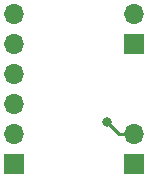
<source format=gbr>
%TF.GenerationSoftware,KiCad,Pcbnew,(5.1.10)-1*%
%TF.CreationDate,2021-07-28T11:58:58-05:00*%
%TF.ProjectId,AD7156-Breakout,41443731-3536-42d4-9272-65616b6f7574,rev?*%
%TF.SameCoordinates,Original*%
%TF.FileFunction,Copper,L2,Bot*%
%TF.FilePolarity,Positive*%
%FSLAX46Y46*%
G04 Gerber Fmt 4.6, Leading zero omitted, Abs format (unit mm)*
G04 Created by KiCad (PCBNEW (5.1.10)-1) date 2021-07-28 11:58:58*
%MOMM*%
%LPD*%
G01*
G04 APERTURE LIST*
%TA.AperFunction,ComponentPad*%
%ADD10O,1.700000X1.700000*%
%TD*%
%TA.AperFunction,ComponentPad*%
%ADD11R,1.700000X1.700000*%
%TD*%
%TA.AperFunction,ViaPad*%
%ADD12C,0.800000*%
%TD*%
%TA.AperFunction,Conductor*%
%ADD13C,0.250000*%
%TD*%
G04 APERTURE END LIST*
D10*
%TO.P,J2,2*%
%TO.N,EXC1*%
X157480000Y-96520000D03*
D11*
%TO.P,J2,1*%
%TO.N,CIN1*%
X157480000Y-99060000D03*
%TD*%
D10*
%TO.P,J3,2*%
%TO.N,EXC2*%
X157480000Y-106680000D03*
D11*
%TO.P,J3,1*%
%TO.N,CIN2*%
X157480000Y-109220000D03*
%TD*%
D10*
%TO.P,J1,6*%
%TO.N,OUT1*%
X147320000Y-96520000D03*
%TO.P,J1,5*%
%TO.N,OUT2*%
X147320000Y-99060000D03*
%TO.P,J1,4*%
%TO.N,SCL*%
X147320000Y-101600000D03*
%TO.P,J1,3*%
%TO.N,SDA*%
X147320000Y-104140000D03*
%TO.P,J1,2*%
%TO.N,GND*%
X147320000Y-106680000D03*
D11*
%TO.P,J1,1*%
%TO.N,+3V3*%
X147320000Y-109220000D03*
%TD*%
D12*
%TO.N,EXC2*%
X155194000Y-105664000D03*
%TD*%
D13*
%TO.N,EXC2*%
X156210000Y-106680000D02*
X157480000Y-106680000D01*
X155194000Y-105664000D02*
X156210000Y-106680000D01*
%TD*%
M02*

</source>
